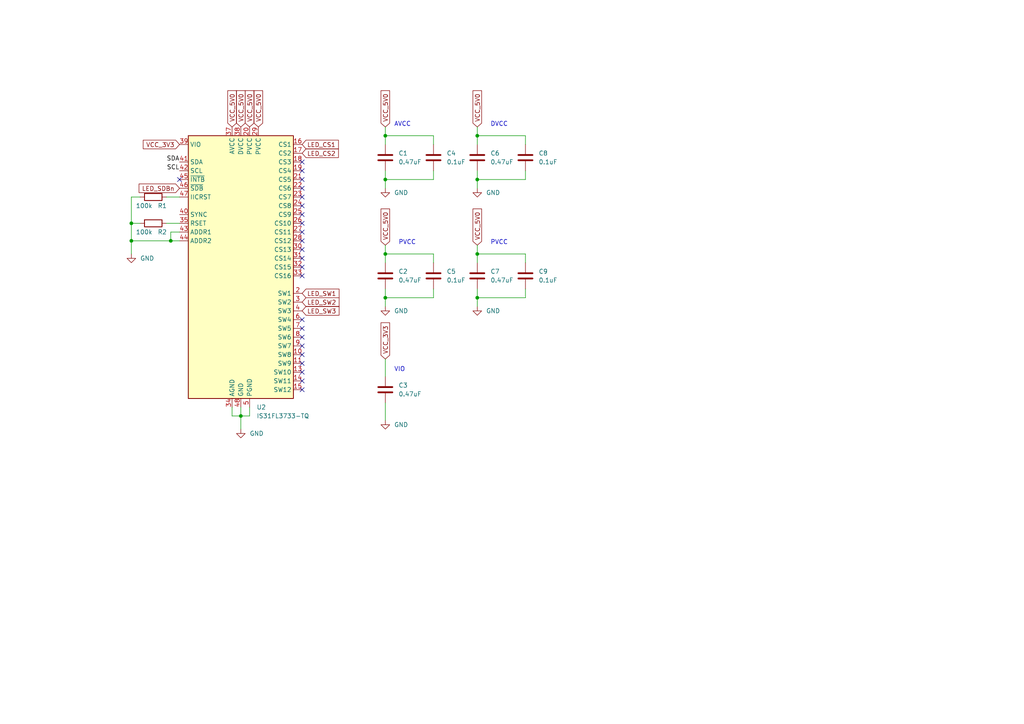
<source format=kicad_sch>
(kicad_sch (version 20211123) (generator eeschema)
  (paper "A4")
  (lib_symbols
    (symbol "Device:C" (pin_numbers hide) (pin_names (offset 0.254))
      (property "Reference" "C" (at 0.635 2.54 0))
      (property "Value" "C" (at 0.635 -2.54 0))
      (symbol "C_0_1"
        (polyline (pts (xy -2.032 -0.762) (xy 2.032 -0.762)) (stroke (width 0.508)))
        (polyline (pts (xy -2.032 0.762) (xy 2.032 0.762)) (stroke (width 0.508)))
      )
      (symbol "C_1_1"
        (pin passive line (at 0 3.81 270) (length 2.794) (name "~") (number "1"))
        (pin passive line (at 0 -3.81 90) (length 2.794) (name "~") (number "2"))
      )
    )
    (symbol "Device:R" (pin_numbers hide) (pin_names (offset 0))
      (property "Reference" "R" (at 2.032 0 90))
      (property "Value" "R" (at 0 0 90))
      (symbol "R_0_1"
        (rectangle (start -1.016 -2.54) (end 1.016 2.54) (stroke (width 0.254)))
      )
      (symbol "R_1_1"
        (pin passive line (at 0 3.81 270) (length 1.27) (name "~") (number "1"))
        (pin passive line (at 0 -3.81 90) (length 1.27) (name "~") (number "2"))
      )
    )
    (symbol "Driver_LED:IS31FL3733-TQ"
      (property "Reference" "U" (at 0 1.27 0))
      (property "Value" "IS31FL3733-TQ" (at 0 -1.27 0))
      (symbol "IS31FL3733-TQ_0_1"
        (rectangle (start -15.24 38.1) (end 15.24 -38.1) (stroke (width 0.254)) (fill (type background)))
      )
      (symbol "IS31FL3733-TQ_1_1"
        (pin no_connect line (at -15.24 -33.02 0) (length 2.54) hide (name "NC") (number "1"))
        (pin input line (at 17.78 -25.4 180) (length 2.54) (name "SW8") (number "10"))
        (pin input line (at 17.78 -27.94 180) (length 2.54) (name "SW9") (number "11"))
        (pin passive line (at 2.54 -40.64 90) (length 2.54) hide (name "PGND") (number "12"))
        (pin input line (at 17.78 -30.48 180) (length 2.54) (name "SW10") (number "13"))
        (pin input line (at 17.78 -33.02 180) (length 2.54) (name "SW11") (number "14"))
        (pin input line (at 17.78 -35.56 180) (length 2.54) (name "SW12") (number "15"))
        (pin output line (at 17.78 35.56 180) (length 2.54) (name "CS1") (number "16"))
        (pin output line (at 17.78 33.02 180) (length 2.54) (name "CS2") (number "17"))
        (pin output line (at 17.78 30.48 180) (length 2.54) (name "CS3") (number "18"))
        (pin output line (at 17.78 27.94 180) (length 2.54) (name "CS4") (number "19"))
        (pin input line (at 17.78 -7.62 180) (length 2.54) (name "SW1") (number "2"))
        (pin power_in line (at 2.54 40.64 270) (length 2.54) (name "PVCC") (number "20"))
        (pin output line (at 17.78 25.4 180) (length 2.54) (name "CS5") (number "21"))
        (pin output line (at 17.78 22.86 180) (length 2.54) (name "CS6") (number "22"))
        (pin output line (at 17.78 20.32 180) (length 2.54) (name "CS7") (number "23"))
        (pin output line (at 17.78 17.78 180) (length 2.54) (name "CS8") (number "24"))
        (pin output line (at 17.78 15.24 180) (length 2.54) (name "CS9") (number "25"))
        (pin output line (at 17.78 12.7 180) (length 2.54) (name "CS10") (number "26"))
        (pin output line (at 17.78 10.16 180) (length 2.54) (name "CS11") (number "27"))
        (pin output line (at 17.78 7.62 180) (length 2.54) (name "CS12") (number "28"))
        (pin power_in line (at 5.08 40.64 270) (length 2.54) (name "PVCC") (number "29"))
        (pin input line (at 17.78 -10.16 180) (length 2.54) (name "SW2") (number "3"))
        (pin output line (at 17.78 5.08 180) (length 2.54) (name "CS13") (number "30"))
        (pin output line (at 17.78 2.54 180) (length 2.54) (name "CS14") (number "31"))
        (pin output line (at 17.78 0 180) (length 2.54) (name "CS15") (number "32"))
        (pin output line (at 17.78 -2.54 180) (length 2.54) (name "CS16") (number "33"))
        (pin power_in line (at -2.54 -40.64 90) (length 2.54) (name "AGND") (number "34"))
        (pin passive line (at -17.78 12.7 0) (length 2.54) (name "RSET") (number "35"))
        (pin no_connect line (at -15.24 -35.56 0) (length 2.54) hide (name "NC") (number "36"))
        (pin power_in line (at -2.54 40.64 270) (length 2.54) (name "AVCC") (number "37"))
        (pin power_in line (at 0 40.64 270) (length 2.54) (name "DVCC") (number "38"))
        (pin input line (at -17.78 35.56 0) (length 2.54) (name "VIO") (number "39"))
        (pin input line (at 17.78 -12.7 180) (length 2.54) (name "SW3") (number "4"))
        (pin input line (at -17.78 15.24 0) (length 2.54) (name "SYNC") (number "40"))
        (pin bidirectional line (at -17.78 30.48 0) (length 2.54) (name "SDA") (number "41"))
        (pin input line (at -17.78 27.94 0) (length 2.54) (name "SCL") (number "42"))
        (pin input line (at -17.78 10.16 0) (length 2.54) (name "ADDR1") (number "43"))
        (pin input line (at -17.78 7.62 0) (length 2.54) (name "ADDR2") (number "44"))
        (pin open_collector line (at -17.78 25.4 0) (length 2.54) (name "~{INTB}") (number "45"))
        (pin input line (at -17.78 22.86 0) (length 2.54) (name "~{SDB}") (number "46"))
        (pin input line (at -17.78 20.32 0) (length 2.54) (name "IICRST") (number "47"))
        (pin power_in line (at 0 -40.64 90) (length 2.54) (name "GND") (number "48"))
        (pin passive line (at 0 -40.64 90) (length 2.54) hide (name "GND") (number "49"))
        (pin power_in line (at 2.54 -40.64 90) (length 2.54) (name "PGND") (number "5"))
        (pin input line (at 17.78 -15.24 180) (length 2.54) (name "SW4") (number "6"))
        (pin input line (at 17.78 -17.78 180) (length 2.54) (name "SW5") (number "7"))
        (pin input line (at 17.78 -20.32 180) (length 2.54) (name "SW6") (number "8"))
        (pin input line (at 17.78 -22.86 180) (length 2.54) (name "SW7") (number "9"))
      )
    )
    (symbol "power:GND" (power) (pin_names (offset 0))
      (property "Value" "GND" (at 0 -3.81 0))
      (symbol "GND_0_1"
        (polyline (pts (xy 0 0) (xy 0 -1.27) (xy 1.27 -1.27) (xy 0 -2.54) (xy -1.27 -1.27) (xy 0 -1.27)))
      )
      (symbol "GND_1_1"
        (pin power_in line (at 0 0 270) (length 0) hide (name "GND") (number "1"))
      )
    )
  )
  (junction (at 138.43 39.37))
  (junction (at 69.85 120.65))
  (junction (at 38.1 64.77))
  (junction (at 49.53 69.85))
  (junction (at 138.43 52.07))
  (junction (at 138.43 73.66))
  (junction (at 111.76 73.66))
  (junction (at 38.1 69.85))
  (junction (at 138.43 86.36))
  (junction (at 111.76 86.36))
  (junction (at 111.76 39.37))
  (junction (at 111.76 52.07))
  (no_connect (at 87.63 107.95))
  (no_connect (at 87.63 46.99))
  (no_connect (at 87.63 74.93))
  (no_connect (at 52.07 52.07))
  (no_connect (at 87.63 49.53))
  (no_connect (at 87.63 64.77))
  (no_connect (at 87.63 100.33))
  (no_connect (at 87.63 105.41))
  (no_connect (at 87.63 110.49))
  (no_connect (at 87.63 92.71))
  (no_connect (at 87.63 69.85))
  (no_connect (at 87.63 72.39))
  (no_connect (at 87.63 95.25))
  (no_connect (at 87.63 57.15))
  (no_connect (at 87.63 54.61))
  (no_connect (at 87.63 77.47))
  (no_connect (at 87.63 80.01))
  (no_connect (at 87.63 102.87))
  (no_connect (at 87.63 113.03))
  (no_connect (at 87.63 67.31))
  (no_connect (at 87.63 59.69))
  (no_connect (at 87.63 97.79))
  (no_connect (at 87.63 62.23))
  (no_connect (at 87.63 52.07))
  (wire (pts (xy 125.73 76.2) (xy 125.73 73.66)))
  (wire (pts (xy 67.31 120.65) (xy 69.85 120.65)))
  (wire (pts (xy 111.76 52.07) (xy 125.73 52.07)))
  (wire (pts (xy 111.76 83.82) (xy 111.76 86.36)))
  (wire (pts (xy 138.43 71.12) (xy 138.43 73.66)))
  (wire (pts (xy 38.1 57.15) (xy 38.1 64.77)))
  (wire (pts (xy 138.43 36.83) (xy 138.43 39.37)))
  (wire (pts (xy 38.1 57.15) (xy 40.64 57.15)))
  (wire (pts (xy 138.43 73.66) (xy 138.43 76.2)))
  (wire (pts (xy 111.76 73.66) (xy 125.73 73.66)))
  (wire (pts (xy 125.73 83.82) (xy 125.73 86.36)))
  (wire (pts (xy 111.76 86.36) (xy 125.73 86.36)))
  (wire (pts (xy 52.07 67.31) (xy 49.53 67.31)))
  (wire (pts (xy 69.85 118.11) (xy 69.85 120.65)))
  (wire (pts (xy 138.43 39.37) (xy 138.43 41.91)))
  (wire (pts (xy 69.85 120.65) (xy 69.85 124.46)))
  (wire (pts (xy 111.76 39.37) (xy 111.76 41.91)))
  (wire (pts (xy 111.76 52.07) (xy 111.76 54.61)))
  (wire (pts (xy 111.76 36.83) (xy 111.76 39.37)))
  (wire (pts (xy 138.43 86.36) (xy 138.43 88.9)))
  (wire (pts (xy 49.53 67.31) (xy 49.53 69.85)))
  (wire (pts (xy 138.43 83.82) (xy 138.43 86.36)))
  (wire (pts (xy 111.76 49.53) (xy 111.76 52.07)))
  (wire (pts (xy 38.1 64.77) (xy 38.1 69.85)))
  (wire (pts (xy 67.31 118.11) (xy 67.31 120.65)))
  (wire (pts (xy 138.43 39.37) (xy 152.4 39.37)))
  (wire (pts (xy 111.76 86.36) (xy 111.76 88.9)))
  (wire (pts (xy 152.4 83.82) (xy 152.4 86.36)))
  (wire (pts (xy 49.53 69.85) (xy 52.07 69.85)))
  (wire (pts (xy 152.4 76.2) (xy 152.4 73.66)))
  (wire (pts (xy 138.43 52.07) (xy 152.4 52.07)))
  (wire (pts (xy 125.73 41.91) (xy 125.73 39.37)))
  (wire (pts (xy 48.26 57.15) (xy 52.07 57.15)))
  (wire (pts (xy 125.73 49.53) (xy 125.73 52.07)))
  (wire (pts (xy 111.76 71.12) (xy 111.76 73.66)))
  (wire (pts (xy 111.76 39.37) (xy 125.73 39.37)))
  (wire (pts (xy 111.76 104.14) (xy 111.76 109.22)))
  (wire (pts (xy 138.43 49.53) (xy 138.43 52.07)))
  (wire (pts (xy 48.26 64.77) (xy 52.07 64.77)))
  (wire (pts (xy 69.85 120.65) (xy 72.39 120.65)))
  (wire (pts (xy 111.76 73.66) (xy 111.76 76.2)))
  (wire (pts (xy 152.4 49.53) (xy 152.4 52.07)))
  (wire (pts (xy 49.53 69.85) (xy 38.1 69.85)))
  (wire (pts (xy 138.43 73.66) (xy 152.4 73.66)))
  (wire (pts (xy 138.43 86.36) (xy 152.4 86.36)))
  (wire (pts (xy 72.39 120.65) (xy 72.39 118.11)))
  (wire (pts (xy 152.4 41.91) (xy 152.4 39.37)))
  (wire (pts (xy 138.43 52.07) (xy 138.43 54.61)))
  (wire (pts (xy 38.1 64.77) (xy 40.64 64.77)))
  (wire (pts (xy 38.1 69.85) (xy 38.1 73.66)))
  (wire (pts (xy 111.76 116.84) (xy 111.76 121.92)))
  (text "DVCC" (at 142.24 36.83 0) (effects (font (size 1.27 1.27)) (justify left bottom)))
  (text "PVCC" (at 115.57 71.12 0) (effects (font (size 1.27 1.27)) (justify left bottom)))
  (text "VIO" (at 114.3 107.95 0) (effects (font (size 1.27 1.27)) (justify left bottom)))
  (text "AVCC" (at 114.3 36.83 0) (effects (font (size 1.27 1.27)) (justify left bottom)))
  (text "PVCC" (at 142.24 71.12 0) (effects (font (size 1.27 1.27)) (justify left bottom)))
  (label "SCL" (at 52.07 49.53 180))
  (label "SDA" (at 52.07 46.99 180))
  (global_label "VCC_5V0" (shape input) (at 138.43 71.12 90) (property "Intersheet References" "${INTERSHEET_REFS}" (effects hide)))
  (global_label "LED_SDBn" (shape input) (at 52.07 54.61 180) (property "Intersheet References" "${INTERSHEET_REFS}" (effects hide)))
  (global_label "LED_SW3" (shape input) (at 87.63 90.17 0) (property "Intersheet References" "${INTERSHEET_REFS}" (effects hide)))
  (global_label "VCC_5V0" (shape input) (at 72.39 36.83 90) (property "Intersheet References" "${INTERSHEET_REFS}" (effects hide)))
  (global_label "VCC_5V0" (shape input) (at 69.85 36.83 90) (property "Intersheet References" "${INTERSHEET_REFS}" (effects hide)))
  (global_label "VCC_5V0" (shape input) (at 138.43 36.83 90) (property "Intersheet References" "${INTERSHEET_REFS}" (effects hide)))
  (global_label "VCC_5V0" (shape input) (at 67.31 36.83 90) (property "Intersheet References" "${INTERSHEET_REFS}" (effects hide)))
  (global_label "VCC_3V3" (shape input) (at 111.76 104.14 90) (property "Intersheet References" "${INTERSHEET_REFS}" (effects hide)))
  (global_label "VCC_5V0" (shape input) (at 111.76 71.12 90) (property "Intersheet References" "${INTERSHEET_REFS}" (effects hide)))
  (global_label "LED_CS2" (shape input) (at 87.63 44.45 0) (property "Intersheet References" "${INTERSHEET_REFS}" (effects hide)))
  (global_label "VCC_5V0" (shape input) (at 74.93 36.83 90) (property "Intersheet References" "${INTERSHEET_REFS}" (effects hide)))
  (global_label "VCC_3V3" (shape input) (at 52.07 41.91 180) (property "Intersheet References" "${INTERSHEET_REFS}" (effects hide)))
  (global_label "LED_CS1" (shape input) (at 87.63 41.91 0) (property "Intersheet References" "${INTERSHEET_REFS}" (effects hide)))
  (global_label "LED_SW1" (shape input) (at 87.63 85.09 0) (property "Intersheet References" "${INTERSHEET_REFS}" (effects hide)))
  (global_label "VCC_5V0" (shape input) (at 111.76 36.83 90) (property "Intersheet References" "${INTERSHEET_REFS}" (effects hide)))
  (global_label "LED_SW2" (shape input) (at 87.63 87.63 0) (property "Intersheet References" "${INTERSHEET_REFS}" (effects hide)))
  (symbol (lib_id "Device:C") (at 111.76 45.72 0) (unit 1)
    (property "Reference" "C1" (at 115.57 44.4499 0) (effects (justify left)))
    (property "Value" "0.47uF" (at 115.57 46.99 0) (effects (justify left)))
  )
  (symbol (lib_id "Device:C") (at 125.73 45.72 0) (unit 1)
    (property "Reference" "C4" (at 129.54 44.4499 0) (effects (justify left)))
    (property "Value" "0.1uF" (at 129.54 46.9899 0) (effects (justify left)))
  )
  (symbol (lib_id "power:GND") (at 111.76 88.9 0) (unit 1)
    (property "Reference" "#PWR09" (effects hide))
    (property "Value" "GND" (at 114.3 90.1699 0) (effects (justify left)))
  )
  (symbol (lib_id "power:GND") (at 111.76 121.92 0) (unit 1)
    (property "Reference" "#PWR010" (effects hide))
    (property "Value" "GND" (at 114.3 123.1899 0) (effects (justify left)))
  )
  (symbol (lib_id "Device:C") (at 152.4 80.01 0) (unit 1)
    (property "Reference" "C9" (at 156.21 78.7399 0) (effects (justify left)))
    (property "Value" "0.1uF" (at 156.21 81.2799 0) (effects (justify left)))
  )
  (symbol (lib_id "power:GND") (at 38.1 73.66 0) (unit 1)
    (property "Reference" "#PWR06" (effects hide))
    (property "Value" "GND" (at 40.64 74.9299 0) (effects (justify left)))
  )
  (symbol (lib_id "Device:C") (at 111.76 113.03 0) (unit 1)
    (property "Reference" "C3" (at 115.57 111.7599 0) (effects (justify left)))
    (property "Value" "0.47uF" (at 115.57 114.3 0) (effects (justify left)))
  )
  (symbol (lib_id "power:GND") (at 138.43 88.9 0) (unit 1)
    (property "Reference" "#PWR012" (effects hide))
    (property "Value" "GND" (at 140.97 90.1699 0) (effects (justify left)))
  )
  (symbol (lib_id "power:GND") (at 111.76 54.61 0) (unit 1)
    (property "Reference" "#PWR08" (effects hide))
    (property "Value" "GND" (at 114.3 55.8799 0) (effects (justify left)))
  )
  (symbol (lib_id "Device:R") (at 44.45 57.15 270) (unit 1)
    (property "Reference" "R1" (at 45.72 59.69 90) (effects (justify left)))
    (property "Value" "100k" (at 39.37 59.69 90) (effects (justify left)))
  )
  (symbol (lib_id "Device:C") (at 138.43 45.72 0) (unit 1)
    (property "Reference" "C6" (at 142.24 44.4499 0) (effects (justify left)))
    (property "Value" "0.47uF" (at 142.24 46.99 0) (effects (justify left)))
  )
  (symbol (lib_id "Device:C") (at 111.76 80.01 0) (unit 1)
    (property "Reference" "C2" (at 115.57 78.7399 0) (effects (justify left)))
    (property "Value" "0.47uF" (at 115.57 81.28 0) (effects (justify left)))
  )
  (symbol (lib_id "power:GND") (at 69.85 124.46 0) (unit 1)
    (property "Reference" "#PWR07" (effects hide))
    (property "Value" "GND" (at 72.39 125.7299 0) (effects (justify left)))
  )
  (symbol (lib_id "power:GND") (at 138.43 54.61 0) (unit 1)
    (property "Reference" "#PWR011" (effects hide))
    (property "Value" "GND" (at 140.97 55.8799 0) (effects (justify left)))
  )
  (symbol (lib_id "Device:C") (at 152.4 45.72 0) (unit 1)
    (property "Reference" "C8" (at 156.21 44.4499 0) (effects (justify left)))
    (property "Value" "0.1uF" (at 156.21 46.9899 0) (effects (justify left)))
  )
  (symbol (lib_id "Device:R") (at 44.45 64.77 270) (unit 1)
    (property "Reference" "R2" (at 45.72 67.31 90) (effects (justify left)))
    (property "Value" "100k" (at 39.37 67.31 90) (effects (justify left)))
  )
  (symbol (lib_id "Device:C") (at 138.43 80.01 0) (unit 1)
    (property "Reference" "C7" (at 142.24 78.7399 0) (effects (justify left)))
    (property "Value" "0.47uF" (at 142.24 81.28 0) (effects (justify left)))
  )
  (symbol (lib_id "Device:C") (at 125.73 80.01 0) (unit 1)
    (property "Reference" "C5" (at 129.54 78.7399 0) (effects (justify left)))
    (property "Value" "0.1uF" (at 129.54 81.2799 0) (effects (justify left)))
  )
  (symbol (lib_id "Driver_LED:IS31FL3733-TQ") (at 69.85 77.47 0) (unit 1)
    (property "Reference" "U2" (at 74.4094 118.11 0) (effects (justify left)))
    (property "Value" "IS31FL3733-TQ" (at 74.4094 120.65 0) (effects (justify left)))
    (property "Footprint" "Package_QFP:TQFP-48-1EP_7x7mm_P0.5mm_EP5x5mm" (effects hide))
    (property "Datasheet" "http://www.issi.com/WW/pdf/IS31FL3733.pdf" (effects hide))
  )
)
</source>
